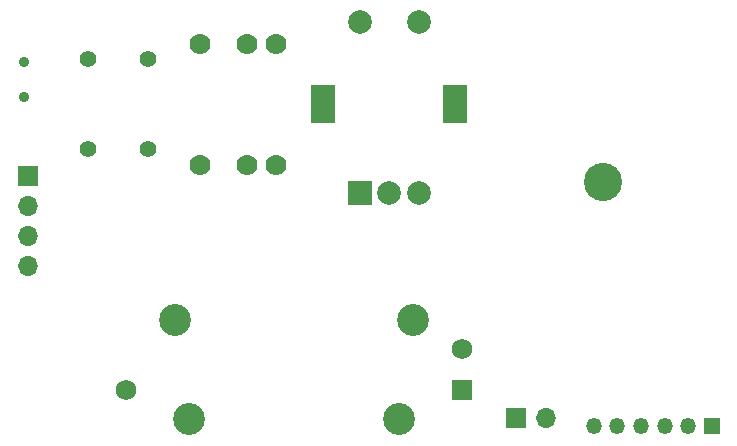
<source format=gbr>
%TF.GenerationSoftware,KiCad,Pcbnew,(6.0.6-0)*%
%TF.CreationDate,2023-05-14T21:26:17-05:00*%
%TF.ProjectId,MHC_MAIN_REV_2,4d48435f-4d41-4494-9e5f-5245565f322e,rev?*%
%TF.SameCoordinates,Original*%
%TF.FileFunction,Soldermask,Bot*%
%TF.FilePolarity,Negative*%
%FSLAX46Y46*%
G04 Gerber Fmt 4.6, Leading zero omitted, Abs format (unit mm)*
G04 Created by KiCad (PCBNEW (6.0.6-0)) date 2023-05-14 21:26:17*
%MOMM*%
%LPD*%
G01*
G04 APERTURE LIST*
%ADD10C,1.778000*%
%ADD11C,3.240000*%
%ADD12R,1.350000X1.350000*%
%ADD13O,1.350000X1.350000*%
%ADD14C,0.900000*%
%ADD15R,2.000000X2.000000*%
%ADD16C,2.000000*%
%ADD17R,2.000000X3.200000*%
%ADD18C,1.397000*%
%ADD19R,1.700000X1.700000*%
%ADD20O,1.700000X1.700000*%
%ADD21R,1.750000X1.750000*%
%ADD22C,1.750000*%
%ADD23C,2.700000*%
G04 APERTURE END LIST*
D10*
%TO.C,S1*%
X34420000Y-35007500D03*
X38405000Y-35007500D03*
X40920000Y-35007500D03*
X40920000Y-24707500D03*
X38405000Y-24707500D03*
X34420000Y-24707500D03*
%TD*%
D11*
%TO.C,U4*%
X68540000Y-36450000D03*
D12*
X77790000Y-57050000D03*
D13*
X75790000Y-57050000D03*
X73790000Y-57050000D03*
X71790000Y-57050000D03*
X69790000Y-57050000D03*
X67790000Y-57050000D03*
%TD*%
D14*
%TO.C,SW4*%
X19540000Y-26240000D03*
X19540000Y-29240000D03*
%TD*%
D15*
%TO.C,SW3*%
X47965000Y-37360000D03*
D16*
X52965000Y-37360000D03*
X50465000Y-37360000D03*
D17*
X44865000Y-29860000D03*
X56065000Y-29860000D03*
D16*
X52965000Y-22860000D03*
X47965000Y-22860000D03*
%TD*%
D18*
%TO.C,SW5*%
X24930000Y-33657500D03*
X24930000Y-26037500D03*
X30010000Y-33657500D03*
X30010000Y-26037500D03*
%TD*%
D19*
%TO.C,J2*%
X61230000Y-56390000D03*
D20*
X63770000Y-56390000D03*
%TD*%
D21*
%TO.C,RV1*%
X56660000Y-54077500D03*
D22*
X56660000Y-50577500D03*
X28160000Y-54077500D03*
D23*
X52510000Y-48127500D03*
X32310000Y-48127500D03*
X51310000Y-56527500D03*
X33510000Y-56527500D03*
%TD*%
D19*
%TO.C,J3*%
X19850000Y-35960000D03*
D20*
X19850000Y-38500000D03*
X19850000Y-41040000D03*
X19850000Y-43580000D03*
%TD*%
M02*

</source>
